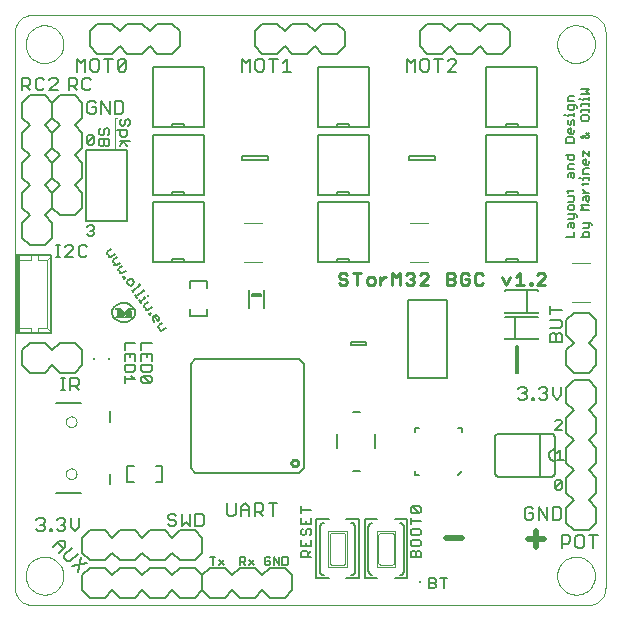
<source format=gto>
G75*
%MOIN*%
%OFA0B0*%
%FSLAX24Y24*%
%IPPOS*%
%LPD*%
%AMOC8*
5,1,8,0,0,1.08239X$1,22.5*
%
%ADD10C,0.0000*%
%ADD11C,0.0100*%
%ADD12C,0.0050*%
%ADD13C,0.0080*%
%ADD14C,0.0060*%
%ADD15C,0.0200*%
%ADD16C,0.0003*%
%ADD17C,0.0055*%
%ADD18C,0.0040*%
%ADD19R,0.0098X0.0098*%
%ADD20C,0.0030*%
%ADD21C,0.0020*%
%ADD22R,0.0148X0.2559*%
D10*
X000588Y000721D02*
X000588Y019224D01*
X000587Y019224D02*
X000589Y019270D01*
X000594Y019316D01*
X000603Y019362D01*
X000616Y019407D01*
X000632Y019450D01*
X000651Y019492D01*
X000674Y019533D01*
X000700Y019571D01*
X000729Y019608D01*
X000760Y019642D01*
X000794Y019673D01*
X000831Y019702D01*
X000869Y019728D01*
X000910Y019751D01*
X000952Y019770D01*
X000995Y019786D01*
X001040Y019799D01*
X001086Y019808D01*
X001132Y019813D01*
X001178Y019815D01*
X019682Y019815D01*
X019728Y019813D01*
X019774Y019808D01*
X019820Y019799D01*
X019865Y019786D01*
X019908Y019770D01*
X019950Y019751D01*
X019991Y019728D01*
X020029Y019702D01*
X020066Y019673D01*
X020100Y019642D01*
X020131Y019608D01*
X020160Y019571D01*
X020186Y019533D01*
X020209Y019492D01*
X020228Y019450D01*
X020244Y019407D01*
X020257Y019362D01*
X020266Y019316D01*
X020271Y019270D01*
X020273Y019224D01*
X020273Y000721D01*
X020271Y000675D01*
X020266Y000629D01*
X020257Y000583D01*
X020244Y000538D01*
X020228Y000495D01*
X020209Y000453D01*
X020186Y000412D01*
X020160Y000374D01*
X020131Y000337D01*
X020100Y000303D01*
X020066Y000272D01*
X020029Y000243D01*
X019991Y000217D01*
X019950Y000194D01*
X019908Y000175D01*
X019865Y000159D01*
X019820Y000146D01*
X019774Y000137D01*
X019728Y000132D01*
X019682Y000130D01*
X001178Y000130D01*
X001132Y000132D01*
X001086Y000137D01*
X001040Y000146D01*
X000995Y000159D01*
X000952Y000175D01*
X000910Y000194D01*
X000869Y000217D01*
X000831Y000243D01*
X000794Y000272D01*
X000760Y000303D01*
X000729Y000337D01*
X000700Y000374D01*
X000674Y000412D01*
X000651Y000453D01*
X000632Y000495D01*
X000616Y000538D01*
X000603Y000583D01*
X000594Y000629D01*
X000589Y000675D01*
X000587Y000721D01*
X000942Y001114D02*
X000944Y001164D01*
X000950Y001214D01*
X000960Y001263D01*
X000974Y001311D01*
X000991Y001358D01*
X001012Y001403D01*
X001037Y001447D01*
X001065Y001488D01*
X001097Y001527D01*
X001131Y001564D01*
X001168Y001598D01*
X001208Y001628D01*
X001250Y001655D01*
X001294Y001679D01*
X001340Y001700D01*
X001387Y001716D01*
X001435Y001729D01*
X001485Y001738D01*
X001534Y001743D01*
X001585Y001744D01*
X001635Y001741D01*
X001684Y001734D01*
X001733Y001723D01*
X001781Y001708D01*
X001827Y001690D01*
X001872Y001668D01*
X001915Y001642D01*
X001956Y001613D01*
X001995Y001581D01*
X002031Y001546D01*
X002063Y001508D01*
X002093Y001468D01*
X002120Y001425D01*
X002143Y001381D01*
X002162Y001335D01*
X002178Y001287D01*
X002190Y001238D01*
X002198Y001189D01*
X002202Y001139D01*
X002202Y001089D01*
X002198Y001039D01*
X002190Y000990D01*
X002178Y000941D01*
X002162Y000893D01*
X002143Y000847D01*
X002120Y000803D01*
X002093Y000760D01*
X002063Y000720D01*
X002031Y000682D01*
X001995Y000647D01*
X001956Y000615D01*
X001915Y000586D01*
X001872Y000560D01*
X001827Y000538D01*
X001781Y000520D01*
X001733Y000505D01*
X001684Y000494D01*
X001635Y000487D01*
X001585Y000484D01*
X001534Y000485D01*
X001485Y000490D01*
X001435Y000499D01*
X001387Y000512D01*
X001340Y000528D01*
X001294Y000549D01*
X001250Y000573D01*
X001208Y000600D01*
X001168Y000630D01*
X001131Y000664D01*
X001097Y000701D01*
X001065Y000740D01*
X001037Y000781D01*
X001012Y000825D01*
X000991Y000870D01*
X000974Y000917D01*
X000960Y000965D01*
X000950Y001014D01*
X000944Y001064D01*
X000942Y001114D01*
X002286Y004514D02*
X002288Y004540D01*
X002294Y004566D01*
X002304Y004591D01*
X002317Y004614D01*
X002333Y004634D01*
X002353Y004652D01*
X002375Y004667D01*
X002398Y004679D01*
X002424Y004687D01*
X002450Y004691D01*
X002476Y004691D01*
X002502Y004687D01*
X002528Y004679D01*
X002552Y004667D01*
X002573Y004652D01*
X002593Y004634D01*
X002609Y004614D01*
X002622Y004591D01*
X002632Y004566D01*
X002638Y004540D01*
X002640Y004514D01*
X002638Y004488D01*
X002632Y004462D01*
X002622Y004437D01*
X002609Y004414D01*
X002593Y004394D01*
X002573Y004376D01*
X002551Y004361D01*
X002528Y004349D01*
X002502Y004341D01*
X002476Y004337D01*
X002450Y004337D01*
X002424Y004341D01*
X002398Y004349D01*
X002374Y004361D01*
X002353Y004376D01*
X002333Y004394D01*
X002317Y004414D01*
X002304Y004437D01*
X002294Y004462D01*
X002288Y004488D01*
X002286Y004514D01*
X002286Y006246D02*
X002288Y006272D01*
X002294Y006298D01*
X002304Y006323D01*
X002317Y006346D01*
X002333Y006366D01*
X002353Y006384D01*
X002375Y006399D01*
X002398Y006411D01*
X002424Y006419D01*
X002450Y006423D01*
X002476Y006423D01*
X002502Y006419D01*
X002528Y006411D01*
X002552Y006399D01*
X002573Y006384D01*
X002593Y006366D01*
X002609Y006346D01*
X002622Y006323D01*
X002632Y006298D01*
X002638Y006272D01*
X002640Y006246D01*
X002638Y006220D01*
X002632Y006194D01*
X002622Y006169D01*
X002609Y006146D01*
X002593Y006126D01*
X002573Y006108D01*
X002551Y006093D01*
X002528Y006081D01*
X002502Y006073D01*
X002476Y006069D01*
X002450Y006069D01*
X002424Y006073D01*
X002398Y006081D01*
X002374Y006093D01*
X002353Y006108D01*
X002333Y006126D01*
X002317Y006146D01*
X002304Y006169D01*
X002294Y006194D01*
X002288Y006220D01*
X002286Y006246D01*
X000942Y018831D02*
X000944Y018881D01*
X000950Y018931D01*
X000960Y018980D01*
X000974Y019028D01*
X000991Y019075D01*
X001012Y019120D01*
X001037Y019164D01*
X001065Y019205D01*
X001097Y019244D01*
X001131Y019281D01*
X001168Y019315D01*
X001208Y019345D01*
X001250Y019372D01*
X001294Y019396D01*
X001340Y019417D01*
X001387Y019433D01*
X001435Y019446D01*
X001485Y019455D01*
X001534Y019460D01*
X001585Y019461D01*
X001635Y019458D01*
X001684Y019451D01*
X001733Y019440D01*
X001781Y019425D01*
X001827Y019407D01*
X001872Y019385D01*
X001915Y019359D01*
X001956Y019330D01*
X001995Y019298D01*
X002031Y019263D01*
X002063Y019225D01*
X002093Y019185D01*
X002120Y019142D01*
X002143Y019098D01*
X002162Y019052D01*
X002178Y019004D01*
X002190Y018955D01*
X002198Y018906D01*
X002202Y018856D01*
X002202Y018806D01*
X002198Y018756D01*
X002190Y018707D01*
X002178Y018658D01*
X002162Y018610D01*
X002143Y018564D01*
X002120Y018520D01*
X002093Y018477D01*
X002063Y018437D01*
X002031Y018399D01*
X001995Y018364D01*
X001956Y018332D01*
X001915Y018303D01*
X001872Y018277D01*
X001827Y018255D01*
X001781Y018237D01*
X001733Y018222D01*
X001684Y018211D01*
X001635Y018204D01*
X001585Y018201D01*
X001534Y018202D01*
X001485Y018207D01*
X001435Y018216D01*
X001387Y018229D01*
X001340Y018245D01*
X001294Y018266D01*
X001250Y018290D01*
X001208Y018317D01*
X001168Y018347D01*
X001131Y018381D01*
X001097Y018418D01*
X001065Y018457D01*
X001037Y018498D01*
X001012Y018542D01*
X000991Y018587D01*
X000974Y018634D01*
X000960Y018682D01*
X000950Y018731D01*
X000944Y018781D01*
X000942Y018831D01*
X018659Y018831D02*
X018661Y018881D01*
X018667Y018931D01*
X018677Y018980D01*
X018691Y019028D01*
X018708Y019075D01*
X018729Y019120D01*
X018754Y019164D01*
X018782Y019205D01*
X018814Y019244D01*
X018848Y019281D01*
X018885Y019315D01*
X018925Y019345D01*
X018967Y019372D01*
X019011Y019396D01*
X019057Y019417D01*
X019104Y019433D01*
X019152Y019446D01*
X019202Y019455D01*
X019251Y019460D01*
X019302Y019461D01*
X019352Y019458D01*
X019401Y019451D01*
X019450Y019440D01*
X019498Y019425D01*
X019544Y019407D01*
X019589Y019385D01*
X019632Y019359D01*
X019673Y019330D01*
X019712Y019298D01*
X019748Y019263D01*
X019780Y019225D01*
X019810Y019185D01*
X019837Y019142D01*
X019860Y019098D01*
X019879Y019052D01*
X019895Y019004D01*
X019907Y018955D01*
X019915Y018906D01*
X019919Y018856D01*
X019919Y018806D01*
X019915Y018756D01*
X019907Y018707D01*
X019895Y018658D01*
X019879Y018610D01*
X019860Y018564D01*
X019837Y018520D01*
X019810Y018477D01*
X019780Y018437D01*
X019748Y018399D01*
X019712Y018364D01*
X019673Y018332D01*
X019632Y018303D01*
X019589Y018277D01*
X019544Y018255D01*
X019498Y018237D01*
X019450Y018222D01*
X019401Y018211D01*
X019352Y018204D01*
X019302Y018201D01*
X019251Y018202D01*
X019202Y018207D01*
X019152Y018216D01*
X019104Y018229D01*
X019057Y018245D01*
X019011Y018266D01*
X018967Y018290D01*
X018925Y018317D01*
X018885Y018347D01*
X018848Y018381D01*
X018814Y018418D01*
X018782Y018457D01*
X018754Y018498D01*
X018729Y018542D01*
X018708Y018587D01*
X018691Y018634D01*
X018677Y018682D01*
X018667Y018731D01*
X018661Y018781D01*
X018659Y018831D01*
X018659Y001114D02*
X018661Y001164D01*
X018667Y001214D01*
X018677Y001263D01*
X018691Y001311D01*
X018708Y001358D01*
X018729Y001403D01*
X018754Y001447D01*
X018782Y001488D01*
X018814Y001527D01*
X018848Y001564D01*
X018885Y001598D01*
X018925Y001628D01*
X018967Y001655D01*
X019011Y001679D01*
X019057Y001700D01*
X019104Y001716D01*
X019152Y001729D01*
X019202Y001738D01*
X019251Y001743D01*
X019302Y001744D01*
X019352Y001741D01*
X019401Y001734D01*
X019450Y001723D01*
X019498Y001708D01*
X019544Y001690D01*
X019589Y001668D01*
X019632Y001642D01*
X019673Y001613D01*
X019712Y001581D01*
X019748Y001546D01*
X019780Y001508D01*
X019810Y001468D01*
X019837Y001425D01*
X019860Y001381D01*
X019879Y001335D01*
X019895Y001287D01*
X019907Y001238D01*
X019915Y001189D01*
X019919Y001139D01*
X019919Y001089D01*
X019915Y001039D01*
X019907Y000990D01*
X019895Y000941D01*
X019879Y000893D01*
X019860Y000847D01*
X019837Y000803D01*
X019810Y000760D01*
X019780Y000720D01*
X019748Y000682D01*
X019712Y000647D01*
X019673Y000615D01*
X019632Y000586D01*
X019589Y000560D01*
X019544Y000538D01*
X019498Y000520D01*
X019450Y000505D01*
X019401Y000494D01*
X019352Y000487D01*
X019302Y000484D01*
X019251Y000485D01*
X019202Y000490D01*
X019152Y000499D01*
X019104Y000512D01*
X019057Y000528D01*
X019011Y000549D01*
X018967Y000573D01*
X018925Y000600D01*
X018885Y000630D01*
X018848Y000664D01*
X018814Y000701D01*
X018782Y000740D01*
X018754Y000781D01*
X018729Y000825D01*
X018708Y000870D01*
X018691Y000917D01*
X018677Y000965D01*
X018667Y001014D01*
X018661Y001064D01*
X018659Y001114D01*
D11*
X009802Y004868D02*
X009804Y004888D01*
X009809Y004908D01*
X009819Y004926D01*
X009831Y004943D01*
X009846Y004957D01*
X009864Y004967D01*
X009883Y004975D01*
X009903Y004979D01*
X009923Y004979D01*
X009943Y004975D01*
X009962Y004967D01*
X009980Y004957D01*
X009995Y004943D01*
X010007Y004926D01*
X010017Y004908D01*
X010022Y004888D01*
X010024Y004868D01*
X010022Y004848D01*
X010017Y004828D01*
X010007Y004810D01*
X009995Y004793D01*
X009980Y004779D01*
X009962Y004769D01*
X009943Y004761D01*
X009923Y004757D01*
X009903Y004757D01*
X009883Y004761D01*
X009864Y004769D01*
X009846Y004779D01*
X009831Y004793D01*
X009819Y004810D01*
X009809Y004828D01*
X009804Y004848D01*
X009802Y004868D01*
X011455Y010805D02*
X011388Y010872D01*
X011455Y010805D02*
X011588Y010805D01*
X011655Y010872D01*
X011655Y010938D01*
X011588Y011005D01*
X011455Y011005D01*
X011388Y011072D01*
X011388Y011139D01*
X011455Y011205D01*
X011588Y011205D01*
X011655Y011139D01*
X011848Y011205D02*
X012115Y011205D01*
X011982Y011205D02*
X011982Y010805D01*
X012309Y010872D02*
X012375Y010805D01*
X012509Y010805D01*
X012576Y010872D01*
X012576Y011005D01*
X012509Y011072D01*
X012375Y011072D01*
X012309Y011005D01*
X012309Y010872D01*
X012769Y010938D02*
X012902Y011072D01*
X012969Y011072D01*
X012769Y011072D02*
X012769Y010805D01*
X013153Y010805D02*
X013153Y011205D01*
X013286Y011072D01*
X013420Y011205D01*
X013420Y010805D01*
X013613Y010872D02*
X013680Y010805D01*
X013813Y010805D01*
X013880Y010872D01*
X013880Y010938D01*
X013813Y011005D01*
X013747Y011005D01*
X013813Y011005D02*
X013880Y011072D01*
X013880Y011139D01*
X013813Y011205D01*
X013680Y011205D01*
X013613Y011139D01*
X014073Y011139D02*
X014140Y011205D01*
X014274Y011205D01*
X014340Y011139D01*
X014340Y011072D01*
X014073Y010805D01*
X014340Y010805D01*
X014994Y010805D02*
X015194Y010805D01*
X015261Y010872D01*
X015261Y010938D01*
X015194Y011005D01*
X014994Y011005D01*
X014994Y010805D02*
X014994Y011205D01*
X015194Y011205D01*
X015261Y011139D01*
X015261Y011072D01*
X015194Y011005D01*
X015455Y010872D02*
X015521Y010805D01*
X015655Y010805D01*
X015722Y010872D01*
X015722Y011005D01*
X015588Y011005D01*
X015455Y011139D02*
X015455Y010872D01*
X015455Y011139D02*
X015521Y011205D01*
X015655Y011205D01*
X015722Y011139D01*
X015915Y011139D02*
X015915Y010872D01*
X015982Y010805D01*
X016115Y010805D01*
X016182Y010872D01*
X016182Y011139D02*
X016115Y011205D01*
X015982Y011205D01*
X015915Y011139D01*
X016836Y011072D02*
X016969Y010805D01*
X017103Y011072D01*
X017296Y011072D02*
X017430Y011205D01*
X017430Y010805D01*
X017563Y010805D02*
X017296Y010805D01*
X017757Y010805D02*
X017823Y010805D01*
X017823Y010872D01*
X017757Y010872D01*
X017757Y010805D01*
X017987Y010805D02*
X018254Y011072D01*
X018254Y011139D01*
X018187Y011205D01*
X018054Y011205D01*
X017987Y011139D01*
X017987Y010805D02*
X018254Y010805D01*
D12*
X018949Y012405D02*
X019219Y012405D01*
X019219Y012585D01*
X019174Y012700D02*
X019129Y012745D01*
X019129Y012880D01*
X019084Y012880D02*
X019219Y012880D01*
X019219Y012745D01*
X019174Y012700D01*
X019039Y012745D02*
X019039Y012835D01*
X019084Y012880D01*
X019039Y012994D02*
X019174Y012994D01*
X019219Y013039D01*
X019219Y013174D01*
X019264Y013174D02*
X019039Y013174D01*
X019084Y013289D02*
X019174Y013289D01*
X019219Y013334D01*
X019219Y013424D01*
X019174Y013469D01*
X019084Y013469D01*
X019039Y013424D01*
X019039Y013334D01*
X019084Y013289D01*
X019264Y013174D02*
X019309Y013129D01*
X019309Y013084D01*
X019449Y013289D02*
X019539Y013379D01*
X019449Y013469D01*
X019719Y013469D01*
X019674Y013584D02*
X019629Y013629D01*
X019629Y013764D01*
X019584Y013764D02*
X019719Y013764D01*
X019719Y013629D01*
X019674Y013584D01*
X019539Y013629D02*
X019539Y013719D01*
X019584Y013764D01*
X019629Y013878D02*
X019539Y013968D01*
X019539Y014013D01*
X019539Y014124D02*
X019539Y014214D01*
X019494Y014169D02*
X019674Y014169D01*
X019719Y014214D01*
X019719Y014320D02*
X019719Y014410D01*
X019719Y014365D02*
X019539Y014365D01*
X019539Y014320D01*
X019449Y014365D02*
X019404Y014365D01*
X019219Y014414D02*
X019174Y014369D01*
X019129Y014414D01*
X019129Y014549D01*
X019084Y014549D02*
X019219Y014549D01*
X019219Y014414D01*
X019039Y014414D02*
X019039Y014504D01*
X019084Y014549D01*
X019039Y014664D02*
X019039Y014799D01*
X019084Y014844D01*
X019219Y014844D01*
X019174Y014959D02*
X019084Y014959D01*
X019039Y015004D01*
X019039Y015139D01*
X018949Y015139D02*
X019219Y015139D01*
X019219Y015004D01*
X019174Y014959D01*
X019219Y014664D02*
X019039Y014664D01*
X019539Y014652D02*
X019539Y014517D01*
X019719Y014517D01*
X019719Y014697D02*
X019584Y014697D01*
X019539Y014652D01*
X019584Y014811D02*
X019539Y014856D01*
X019539Y014946D01*
X019584Y014991D01*
X019629Y014991D01*
X019629Y014811D01*
X019674Y014811D02*
X019584Y014811D01*
X019674Y014811D02*
X019719Y014856D01*
X019719Y014946D01*
X019719Y015106D02*
X019719Y015286D01*
X019539Y015286D02*
X019719Y015106D01*
X019539Y015106D02*
X019539Y015286D01*
X019539Y015695D02*
X019719Y015875D01*
X019719Y015785D02*
X019719Y015740D01*
X019674Y015695D01*
X019629Y015695D01*
X019539Y015785D01*
X019494Y015785D01*
X019449Y015740D01*
X019494Y015695D01*
X019539Y015695D01*
X019629Y015875D02*
X019719Y015785D01*
X019674Y016285D02*
X019494Y016285D01*
X019449Y016330D01*
X019449Y016420D01*
X019494Y016465D01*
X019674Y016465D01*
X019719Y016420D01*
X019719Y016330D01*
X019674Y016285D01*
X019719Y016579D02*
X019719Y016669D01*
X019719Y016624D02*
X019449Y016624D01*
X019449Y016579D01*
X019449Y016776D02*
X019449Y016821D01*
X019719Y016821D01*
X019719Y016776D02*
X019719Y016866D01*
X019719Y016972D02*
X019719Y017062D01*
X019719Y017017D02*
X019539Y017017D01*
X019539Y016972D01*
X019449Y017017D02*
X019404Y017017D01*
X019449Y017169D02*
X019719Y017169D01*
X019629Y017259D01*
X019719Y017349D01*
X019449Y017349D01*
X019219Y017103D02*
X019084Y017103D01*
X019039Y017058D01*
X019039Y016923D01*
X019219Y016923D01*
X019219Y016808D02*
X019219Y016673D01*
X019174Y016628D01*
X019084Y016628D01*
X019039Y016673D01*
X019039Y016808D01*
X019264Y016808D01*
X019309Y016763D01*
X019309Y016718D01*
X019219Y016522D02*
X019219Y016432D01*
X019219Y016477D02*
X019039Y016477D01*
X019039Y016432D01*
X018949Y016477D02*
X018904Y016477D01*
X019039Y016317D02*
X019039Y016182D01*
X019084Y016137D01*
X019129Y016182D01*
X019129Y016272D01*
X019174Y016317D01*
X019219Y016272D01*
X019219Y016137D01*
X019129Y016023D02*
X019129Y015843D01*
X019084Y015843D02*
X019039Y015888D01*
X019039Y015978D01*
X019084Y016023D01*
X019129Y016023D01*
X019219Y015978D02*
X019219Y015888D01*
X019174Y015843D01*
X019084Y015843D01*
X019174Y015728D02*
X018994Y015728D01*
X018949Y015683D01*
X018949Y015548D01*
X019219Y015548D01*
X019219Y015683D01*
X019174Y015728D01*
X019219Y013968D02*
X019174Y013923D01*
X018994Y013923D01*
X019039Y013878D02*
X019039Y013968D01*
X019039Y013764D02*
X019219Y013764D01*
X019219Y013629D01*
X019174Y013584D01*
X019039Y013584D01*
X019449Y013289D02*
X019719Y013289D01*
X019719Y012880D02*
X019719Y012745D01*
X019674Y012700D01*
X019539Y012700D01*
X019584Y012585D02*
X019539Y012540D01*
X019539Y012405D01*
X019449Y012405D02*
X019719Y012405D01*
X019719Y012540D01*
X019674Y012585D01*
X019584Y012585D01*
X019539Y012880D02*
X019764Y012880D01*
X019809Y012835D01*
X019809Y012790D01*
X019719Y013878D02*
X019539Y013878D01*
X018088Y005830D02*
X018088Y004630D01*
X018088Y004430D01*
X009686Y001693D02*
X009686Y001513D01*
X009641Y001468D01*
X009506Y001468D01*
X009506Y001738D01*
X009641Y001738D01*
X009686Y001693D01*
X009391Y001738D02*
X009391Y001468D01*
X009211Y001738D01*
X009211Y001468D01*
X009097Y001513D02*
X009097Y001603D01*
X009006Y001603D01*
X008916Y001693D02*
X008916Y001513D01*
X008961Y001468D01*
X009051Y001468D01*
X009097Y001513D01*
X009097Y001693D02*
X009051Y001738D01*
X008961Y001738D01*
X008916Y001693D01*
X008561Y001648D02*
X008381Y001468D01*
X008266Y001468D02*
X008176Y001558D01*
X008221Y001558D02*
X008086Y001558D01*
X008086Y001468D02*
X008086Y001738D01*
X008221Y001738D01*
X008266Y001693D01*
X008266Y001603D01*
X008221Y001558D01*
X008381Y001648D02*
X008561Y001468D01*
X007561Y001468D02*
X007381Y001648D01*
X007266Y001738D02*
X007086Y001738D01*
X007176Y001738D02*
X007176Y001468D01*
X007381Y001468D02*
X007561Y001648D01*
X005452Y009261D02*
X005622Y009379D01*
X005452Y009261D02*
X005363Y009388D01*
X005376Y009460D01*
X005503Y009549D01*
X005389Y009621D02*
X005347Y009591D01*
X005228Y009761D01*
X005186Y009731D02*
X005271Y009791D01*
X005343Y009778D01*
X005402Y009693D01*
X005389Y009621D01*
X005233Y009574D02*
X005173Y009659D01*
X005186Y009731D01*
X005121Y009825D02*
X005078Y009795D01*
X005049Y009837D01*
X005091Y009867D01*
X005121Y009825D01*
X005019Y009969D02*
X004947Y009982D01*
X004960Y010054D01*
X004888Y010067D01*
X004901Y010139D01*
X005028Y010228D01*
X004931Y010366D02*
X004761Y010248D01*
X004732Y010290D02*
X004791Y010205D01*
X004931Y010366D02*
X004901Y010409D01*
X005016Y010426D02*
X005058Y010455D01*
X004889Y010607D02*
X004635Y010429D01*
X004605Y010471D02*
X004664Y010386D01*
X004538Y010567D02*
X004478Y010652D01*
X004508Y010610D02*
X004762Y010788D01*
X004732Y010830D01*
X004534Y010843D02*
X004547Y010915D01*
X004487Y011000D01*
X004415Y011012D01*
X004330Y010953D01*
X004318Y010881D01*
X004377Y010796D01*
X004449Y010784D01*
X004534Y010843D01*
X004859Y010649D02*
X004889Y010607D01*
X005147Y010058D02*
X005019Y009969D01*
X004265Y011047D02*
X004223Y011017D01*
X004193Y011059D01*
X004235Y011089D01*
X004265Y011047D01*
X004164Y011191D02*
X004291Y011280D01*
X004164Y011191D02*
X004092Y011204D01*
X004105Y011276D01*
X004033Y011288D01*
X004045Y011360D01*
X004172Y011449D01*
X004101Y011552D02*
X003974Y011463D01*
X003902Y011475D01*
X003914Y011547D01*
X003842Y011560D01*
X003855Y011632D01*
X003982Y011721D01*
X003911Y011823D02*
X003784Y011734D01*
X003712Y011747D01*
X003724Y011819D01*
X003652Y011832D01*
X003665Y011904D01*
X003792Y011992D01*
X004329Y012949D02*
X002951Y012949D01*
X002951Y015311D01*
X004329Y015311D01*
X004329Y012949D01*
X008400Y010649D02*
X008400Y010049D01*
X008500Y010449D02*
X008800Y010449D01*
X008800Y010499D01*
X008500Y010499D01*
X008500Y010449D01*
X008900Y010649D02*
X008900Y010049D01*
D13*
X010070Y008332D02*
X010228Y008175D01*
X010228Y004710D01*
X010070Y004553D01*
X006606Y004553D01*
X006448Y004710D01*
X006448Y008175D01*
X006606Y008332D01*
X010070Y008332D01*
X011845Y006583D02*
X012081Y006583D01*
X012593Y005835D02*
X012593Y005363D01*
X012081Y004614D02*
X011845Y004614D01*
X011333Y005363D02*
X011333Y005835D01*
X013688Y007715D02*
X013688Y010295D01*
X014988Y010295D01*
X014988Y007715D01*
X013688Y007715D01*
X013925Y006042D02*
X013925Y005905D01*
X013925Y006042D02*
X014063Y006042D01*
X015362Y006042D02*
X015500Y006042D01*
X015500Y005905D01*
X015500Y004605D02*
X015362Y004468D01*
X014063Y004468D02*
X013925Y004468D01*
X013925Y004605D01*
X017360Y007053D02*
X017430Y006983D01*
X017570Y006983D01*
X017640Y007053D01*
X017640Y007123D01*
X017570Y007193D01*
X017500Y007193D01*
X017570Y007193D02*
X017640Y007263D01*
X017640Y007333D01*
X017570Y007403D01*
X017430Y007403D01*
X017360Y007333D01*
X017821Y007053D02*
X017891Y007053D01*
X017891Y006983D01*
X017821Y006983D01*
X017821Y007053D01*
X018051Y007053D02*
X018121Y006983D01*
X018261Y006983D01*
X018331Y007053D01*
X018331Y007123D01*
X018261Y007193D01*
X018191Y007193D01*
X018261Y007193D02*
X018331Y007263D01*
X018331Y007333D01*
X018261Y007403D01*
X018121Y007403D01*
X018051Y007333D01*
X018511Y007403D02*
X018511Y007123D01*
X018651Y006983D01*
X018791Y007123D01*
X018791Y007403D01*
X018963Y007380D02*
X019213Y007630D01*
X019713Y007630D01*
X019963Y007380D01*
X019963Y006880D01*
X019713Y006630D01*
X019963Y006380D01*
X019963Y005880D01*
X019713Y005630D01*
X019963Y005380D01*
X019963Y004880D01*
X019713Y004630D01*
X019963Y004380D01*
X019963Y003880D01*
X019713Y003630D01*
X019963Y003380D01*
X019963Y002880D01*
X019713Y002630D01*
X019213Y002630D01*
X018963Y002880D01*
X018963Y003380D01*
X019213Y003630D01*
X018963Y003880D01*
X018963Y004380D01*
X019213Y004630D01*
X018963Y004880D01*
X018963Y005380D01*
X019213Y005630D01*
X018963Y005880D01*
X018963Y006380D01*
X019213Y006630D01*
X018963Y006880D01*
X018963Y007380D01*
X019213Y007880D02*
X019713Y007880D01*
X019963Y008130D01*
X019963Y008630D01*
X019713Y008880D01*
X019963Y009130D01*
X019963Y009630D01*
X019713Y009880D01*
X019213Y009880D01*
X018963Y009630D01*
X018963Y009130D01*
X019213Y008880D01*
X018963Y008630D01*
X018963Y008130D01*
X019213Y007880D01*
X018829Y008914D02*
X018409Y008914D01*
X018409Y009124D01*
X018479Y009194D01*
X018549Y009194D01*
X018619Y009124D01*
X018619Y008914D01*
X018619Y009124D02*
X018689Y009194D01*
X018759Y009194D01*
X018829Y009124D01*
X018829Y008914D01*
X018759Y009374D02*
X018409Y009374D01*
X018759Y009374D02*
X018829Y009444D01*
X018829Y009584D01*
X018759Y009654D01*
X018409Y009654D01*
X018409Y009835D02*
X018409Y010115D01*
X018409Y009975D02*
X018829Y009975D01*
X018721Y003403D02*
X018511Y003403D01*
X018511Y002983D01*
X018721Y002983D01*
X018791Y003053D01*
X018791Y003333D01*
X018721Y003403D01*
X018331Y003403D02*
X018331Y002983D01*
X018051Y003403D01*
X018051Y002983D01*
X017871Y003053D02*
X017871Y003193D01*
X017731Y003193D01*
X017871Y003333D02*
X017801Y003403D01*
X017660Y003403D01*
X017590Y003333D01*
X017590Y003053D01*
X017660Y002983D01*
X017801Y002983D01*
X017871Y003053D01*
X018809Y002465D02*
X019019Y002465D01*
X019089Y002395D01*
X019089Y002255D01*
X019019Y002185D01*
X018809Y002185D01*
X018809Y002045D02*
X018809Y002465D01*
X019270Y002395D02*
X019270Y002115D01*
X019340Y002045D01*
X019480Y002045D01*
X019550Y002115D01*
X019550Y002395D01*
X019480Y002465D01*
X019340Y002465D01*
X019270Y002395D01*
X019730Y002465D02*
X020010Y002465D01*
X019870Y002465D02*
X019870Y002045D01*
X009838Y001130D02*
X009838Y000630D01*
X009588Y000380D01*
X009088Y000380D01*
X008838Y000630D01*
X008588Y000380D01*
X008088Y000380D01*
X007838Y000630D01*
X007588Y000380D01*
X007088Y000380D01*
X006838Y000630D01*
X006588Y000380D01*
X006088Y000380D01*
X005838Y000630D01*
X005588Y000380D01*
X005088Y000380D01*
X004838Y000630D01*
X004588Y000380D01*
X004088Y000380D01*
X003838Y000630D01*
X003588Y000380D01*
X003088Y000380D01*
X002838Y000630D01*
X002838Y001130D01*
X003088Y001380D01*
X003588Y001380D01*
X003838Y001130D01*
X004088Y001380D01*
X004588Y001380D01*
X004838Y001130D01*
X005088Y001380D01*
X005588Y001380D01*
X005838Y001130D01*
X006088Y001380D01*
X006588Y001380D01*
X006838Y001130D01*
X006838Y000630D01*
X006838Y001130D01*
X007088Y001380D01*
X007588Y001380D01*
X007838Y001130D01*
X008088Y001380D01*
X008588Y001380D01*
X008838Y001130D01*
X009088Y001380D01*
X009588Y001380D01*
X009838Y001130D01*
X009183Y003108D02*
X009183Y003528D01*
X009323Y003528D02*
X009042Y003528D01*
X008862Y003458D02*
X008862Y003318D01*
X008792Y003248D01*
X008582Y003248D01*
X008722Y003248D02*
X008862Y003108D01*
X008582Y003108D02*
X008582Y003528D01*
X008792Y003528D01*
X008862Y003458D01*
X008402Y003388D02*
X008402Y003108D01*
X008402Y003318D02*
X008122Y003318D01*
X008122Y003388D02*
X008262Y003528D01*
X008402Y003388D01*
X008122Y003388D02*
X008122Y003108D01*
X007941Y003178D02*
X007941Y003528D01*
X007661Y003528D02*
X007661Y003178D01*
X007731Y003108D01*
X007871Y003108D01*
X007941Y003178D01*
X006885Y003114D02*
X006885Y002834D01*
X006815Y002764D01*
X006605Y002764D01*
X006605Y003184D01*
X006815Y003184D01*
X006885Y003114D01*
X006425Y003184D02*
X006425Y002764D01*
X006285Y002904D01*
X006145Y002764D01*
X006145Y003184D01*
X005964Y003114D02*
X005894Y003184D01*
X005754Y003184D01*
X005684Y003114D01*
X005684Y003044D01*
X005754Y002974D01*
X005894Y002974D01*
X005964Y002904D01*
X005964Y002834D01*
X005894Y002764D01*
X005754Y002764D01*
X005684Y002834D01*
X005588Y002630D02*
X005838Y002380D01*
X006088Y002630D01*
X006588Y002630D01*
X006838Y002380D01*
X006838Y001880D01*
X006588Y001630D01*
X006088Y001630D01*
X005838Y001880D01*
X005588Y001630D01*
X005088Y001630D01*
X004838Y001880D01*
X004588Y001630D01*
X004088Y001630D01*
X003838Y001880D01*
X003588Y001630D01*
X003088Y001630D01*
X002838Y001880D01*
X002838Y002380D01*
X003088Y002630D01*
X003588Y002630D01*
X003838Y002380D01*
X004088Y002630D01*
X004588Y002630D01*
X004838Y002380D01*
X005088Y002630D01*
X005588Y002630D01*
X003762Y004160D02*
X003762Y004514D01*
X002778Y003884D02*
X001951Y003884D01*
X002058Y003028D02*
X002198Y003028D01*
X002269Y002958D01*
X002269Y002888D01*
X002198Y002818D01*
X002269Y002748D01*
X002269Y002678D01*
X002198Y002608D01*
X002058Y002608D01*
X001988Y002678D01*
X001828Y002678D02*
X001828Y002608D01*
X001758Y002608D01*
X001758Y002678D01*
X001828Y002678D01*
X001578Y002678D02*
X001508Y002608D01*
X001368Y002608D01*
X001298Y002678D01*
X001438Y002818D02*
X001508Y002818D01*
X001578Y002748D01*
X001578Y002678D01*
X001508Y002818D02*
X001578Y002888D01*
X001578Y002958D01*
X001508Y003028D01*
X001368Y003028D01*
X001298Y002958D01*
X001988Y002958D02*
X002058Y003028D01*
X002128Y002818D02*
X002198Y002818D01*
X002449Y002748D02*
X002589Y002608D01*
X002729Y002748D01*
X002729Y003028D01*
X002449Y003028D02*
X002449Y002748D01*
X002252Y002274D02*
X002053Y002274D01*
X001855Y002075D01*
X002004Y002224D02*
X002202Y002026D01*
X002252Y002075D02*
X002053Y001877D01*
X002230Y001799D02*
X002230Y001700D01*
X002329Y001601D01*
X002429Y001601D01*
X002676Y001849D01*
X002804Y001722D02*
X002705Y001226D01*
X002506Y001424D02*
X003002Y001523D01*
X002478Y002047D02*
X002230Y001799D01*
X002252Y002075D02*
X002252Y002274D01*
X003762Y006246D02*
X003762Y006600D01*
X002778Y006876D02*
X001951Y006876D01*
X002128Y007295D02*
X002268Y007295D01*
X002198Y007295D02*
X002198Y007715D01*
X002128Y007715D02*
X002268Y007715D01*
X002435Y007715D02*
X002645Y007715D01*
X002715Y007645D01*
X002715Y007505D01*
X002645Y007435D01*
X002435Y007435D01*
X002575Y007435D02*
X002715Y007295D01*
X002435Y007295D02*
X002435Y007715D01*
X002588Y007880D02*
X002088Y007880D01*
X001838Y008130D01*
X001588Y007880D01*
X001088Y007880D01*
X000838Y008130D01*
X000838Y008630D01*
X001088Y008880D01*
X001588Y008880D01*
X001838Y008630D01*
X002088Y008880D01*
X002588Y008880D01*
X002838Y008630D01*
X002838Y008130D01*
X002588Y007880D01*
X001803Y009216D02*
X001803Y011794D01*
X000622Y011794D01*
X000622Y009216D01*
X001803Y009216D01*
X001940Y011733D02*
X002080Y011733D01*
X002010Y011733D02*
X002010Y012153D01*
X001940Y012153D02*
X002080Y012153D01*
X002247Y012083D02*
X002317Y012153D01*
X002457Y012153D01*
X002528Y012083D01*
X002528Y012013D01*
X002247Y011733D01*
X002528Y011733D01*
X002708Y011803D02*
X002778Y011733D01*
X002918Y011733D01*
X002988Y011803D01*
X002988Y012083D02*
X002918Y012153D01*
X002778Y012153D01*
X002708Y012083D01*
X002708Y011803D01*
X001838Y012380D02*
X001838Y012880D01*
X001588Y013130D01*
X001838Y013380D01*
X001838Y013880D01*
X001588Y014130D01*
X001838Y014380D01*
X001838Y014880D01*
X001588Y015130D01*
X001838Y015380D01*
X001838Y015880D01*
X001588Y016130D01*
X001838Y016380D01*
X001838Y016880D01*
X001588Y017130D01*
X001088Y017130D01*
X000838Y016880D01*
X000838Y016380D01*
X001088Y016130D01*
X000838Y015880D01*
X000838Y015380D01*
X001088Y015130D01*
X000838Y014880D01*
X000838Y014380D01*
X001088Y014130D01*
X000838Y013880D01*
X000838Y013380D01*
X001088Y013130D01*
X000838Y012880D01*
X000838Y012380D01*
X001088Y012130D01*
X001588Y012130D01*
X001838Y012380D01*
X002088Y013130D02*
X002588Y013130D01*
X002838Y013380D01*
X002838Y013880D01*
X002588Y014130D01*
X002838Y014380D01*
X002838Y014880D01*
X002588Y015130D01*
X002838Y015380D01*
X002838Y015880D01*
X002588Y016130D01*
X002838Y016380D01*
X002838Y016880D01*
X002588Y017130D01*
X002088Y017130D01*
X001838Y016880D01*
X001838Y016380D01*
X002088Y016130D01*
X001838Y015880D01*
X001838Y015380D01*
X002088Y015130D01*
X001838Y014880D01*
X001838Y014380D01*
X002088Y014130D01*
X001838Y013880D01*
X001838Y013380D01*
X002088Y013130D01*
X003073Y016514D02*
X003213Y016514D01*
X003283Y016584D01*
X003283Y016724D01*
X003143Y016724D01*
X003283Y016864D02*
X003213Y016934D01*
X003073Y016934D01*
X003003Y016864D01*
X003003Y016584D01*
X003073Y016514D01*
X003463Y016514D02*
X003463Y016934D01*
X003743Y016514D01*
X003743Y016934D01*
X003924Y016934D02*
X004134Y016934D01*
X004204Y016864D01*
X004204Y016584D01*
X004134Y016514D01*
X003924Y016514D01*
X003924Y016934D01*
X003118Y017365D02*
X003048Y017295D01*
X002908Y017295D01*
X002838Y017365D01*
X002838Y017645D01*
X002908Y017715D01*
X003048Y017715D01*
X003118Y017645D01*
X003175Y017920D02*
X003315Y017920D01*
X003385Y017990D01*
X003385Y018270D01*
X003315Y018340D01*
X003175Y018340D01*
X003105Y018270D01*
X003105Y017990D01*
X003175Y017920D01*
X002925Y017920D02*
X002925Y018340D01*
X002785Y018200D01*
X002645Y018340D01*
X002645Y017920D01*
X002588Y017715D02*
X002378Y017715D01*
X002378Y017295D01*
X002378Y017435D02*
X002588Y017435D01*
X002658Y017505D01*
X002658Y017645D01*
X002588Y017715D01*
X002518Y017435D02*
X002658Y017295D01*
X002016Y017295D02*
X001736Y017295D01*
X002016Y017575D01*
X002016Y017645D01*
X001946Y017715D01*
X001806Y017715D01*
X001736Y017645D01*
X001556Y017645D02*
X001486Y017715D01*
X001346Y017715D01*
X001276Y017645D01*
X001276Y017365D01*
X001346Y017295D01*
X001486Y017295D01*
X001556Y017365D01*
X001096Y017295D02*
X000955Y017435D01*
X001026Y017435D02*
X000815Y017435D01*
X000815Y017295D02*
X000815Y017715D01*
X001026Y017715D01*
X001096Y017645D01*
X001096Y017505D01*
X001026Y017435D01*
X003088Y018755D02*
X003338Y018505D01*
X003838Y018505D01*
X004088Y018755D01*
X004338Y018505D01*
X004838Y018505D01*
X005088Y018755D01*
X005338Y018505D01*
X005838Y018505D01*
X006088Y018755D01*
X006088Y019255D01*
X005838Y019505D01*
X005338Y019505D01*
X005088Y019255D01*
X004838Y019505D01*
X004338Y019505D01*
X004088Y019255D01*
X003838Y019505D01*
X003338Y019505D01*
X003088Y019255D01*
X003088Y018755D01*
X003565Y018340D02*
X003846Y018340D01*
X003705Y018340D02*
X003705Y017920D01*
X004026Y017990D02*
X004306Y018270D01*
X004306Y017990D01*
X004236Y017920D01*
X004096Y017920D01*
X004026Y017990D01*
X004026Y018270D01*
X004096Y018340D01*
X004236Y018340D01*
X004306Y018270D01*
X008145Y018340D02*
X008145Y017920D01*
X008425Y017920D02*
X008425Y018340D01*
X008285Y018200D01*
X008145Y018340D01*
X008605Y018270D02*
X008605Y017990D01*
X008675Y017920D01*
X008815Y017920D01*
X008885Y017990D01*
X008885Y018270D01*
X008815Y018340D01*
X008675Y018340D01*
X008605Y018270D01*
X008838Y018505D02*
X009338Y018505D01*
X009588Y018755D01*
X009838Y018505D01*
X010338Y018505D01*
X010588Y018755D01*
X010838Y018505D01*
X011338Y018505D01*
X011588Y018755D01*
X011588Y019255D01*
X011338Y019505D01*
X010838Y019505D01*
X010588Y019255D01*
X010338Y019505D01*
X009838Y019505D01*
X009588Y019255D01*
X009338Y019505D01*
X008838Y019505D01*
X008588Y019255D01*
X008588Y018755D01*
X008838Y018505D01*
X009065Y018340D02*
X009346Y018340D01*
X009205Y018340D02*
X009205Y017920D01*
X009526Y017920D02*
X009806Y017920D01*
X009666Y017920D02*
X009666Y018340D01*
X009526Y018200D01*
X013645Y018340D02*
X013645Y017920D01*
X013925Y017920D02*
X013925Y018340D01*
X013785Y018200D01*
X013645Y018340D01*
X014105Y018270D02*
X014105Y017990D01*
X014175Y017920D01*
X014315Y017920D01*
X014385Y017990D01*
X014385Y018270D01*
X014315Y018340D01*
X014175Y018340D01*
X014105Y018270D01*
X014338Y018505D02*
X014838Y018505D01*
X015088Y018755D01*
X015338Y018505D01*
X015838Y018505D01*
X016088Y018755D01*
X016338Y018505D01*
X016838Y018505D01*
X017088Y018755D01*
X017088Y019255D01*
X016838Y019505D01*
X016338Y019505D01*
X016088Y019255D01*
X015838Y019505D01*
X015338Y019505D01*
X015088Y019255D01*
X014838Y019505D01*
X014338Y019505D01*
X014088Y019255D01*
X014088Y018755D01*
X014338Y018505D01*
X014565Y018340D02*
X014846Y018340D01*
X014705Y018340D02*
X014705Y017920D01*
X015026Y017920D02*
X015306Y018200D01*
X015306Y018270D01*
X015236Y018340D01*
X015096Y018340D01*
X015026Y018270D01*
X015026Y017920D02*
X015306Y017920D01*
D14*
X016300Y018068D02*
X018000Y018068D01*
X018000Y016568D01*
X018000Y016068D01*
X017350Y016068D01*
X017350Y016168D01*
X016950Y016168D01*
X016950Y016068D01*
X016300Y016068D01*
X016300Y016568D01*
X016300Y018068D01*
X016950Y016068D02*
X017350Y016068D01*
X018000Y015818D02*
X018000Y014318D01*
X018000Y013818D01*
X017350Y013818D01*
X017350Y013918D01*
X016950Y013918D01*
X016950Y013818D01*
X016300Y013818D01*
X016300Y014318D01*
X016300Y015818D01*
X018000Y015818D01*
X017350Y013818D02*
X016950Y013818D01*
X016300Y013568D02*
X018000Y013568D01*
X018000Y012068D01*
X018000Y011568D01*
X017350Y011568D01*
X017350Y011668D01*
X016950Y011668D01*
X016950Y011568D01*
X016300Y011568D01*
X016300Y012068D01*
X016300Y013568D01*
X014588Y014974D02*
X013713Y014974D01*
X013713Y015099D01*
X014588Y015099D01*
X014588Y014974D01*
X012375Y014318D02*
X012375Y013818D01*
X011725Y013818D01*
X011725Y013918D01*
X011325Y013918D01*
X011325Y013818D01*
X010675Y013818D01*
X010675Y014318D01*
X010675Y015818D01*
X012375Y015818D01*
X012375Y014318D01*
X012375Y013568D02*
X012375Y012068D01*
X012375Y011568D01*
X011725Y011568D01*
X011725Y011668D01*
X011325Y011668D01*
X011325Y011568D01*
X010675Y011568D01*
X010675Y012068D01*
X010675Y013568D01*
X012375Y013568D01*
X011725Y013818D02*
X011325Y013818D01*
X011325Y016068D02*
X010675Y016068D01*
X010675Y016568D01*
X010675Y018068D01*
X012375Y018068D01*
X012375Y016568D01*
X012375Y016068D01*
X011725Y016068D01*
X011725Y016168D01*
X011325Y016168D01*
X011325Y016068D01*
X011725Y016068D01*
X009025Y015099D02*
X009025Y014974D01*
X008150Y014974D01*
X008150Y015099D01*
X009025Y015099D01*
X006875Y015818D02*
X006875Y014318D01*
X006875Y013818D01*
X006225Y013818D01*
X006225Y013918D01*
X005825Y013918D01*
X005825Y013818D01*
X005175Y013818D01*
X005175Y014318D01*
X005175Y015818D01*
X006875Y015818D01*
X006875Y016068D02*
X006225Y016068D01*
X006225Y016168D01*
X005825Y016168D01*
X005825Y016068D01*
X005175Y016068D01*
X005175Y016568D01*
X005175Y018068D01*
X006875Y018068D01*
X006875Y016568D01*
X006875Y016068D01*
X006225Y016068D02*
X005825Y016068D01*
X004427Y016161D02*
X004370Y016104D01*
X004427Y016161D02*
X004427Y016274D01*
X004370Y016331D01*
X004313Y016331D01*
X004257Y016274D01*
X004257Y016161D01*
X004200Y016104D01*
X004143Y016104D01*
X004087Y016161D01*
X004087Y016274D01*
X004143Y016331D01*
X004087Y015963D02*
X004087Y015793D01*
X004143Y015736D01*
X004257Y015736D01*
X004313Y015793D01*
X004313Y015963D01*
X003973Y015963D01*
X003739Y015967D02*
X003739Y015854D01*
X003683Y015797D01*
X003569Y015854D02*
X003569Y015967D01*
X003626Y016024D01*
X003683Y016024D01*
X003739Y015967D01*
X003569Y015854D02*
X003513Y015797D01*
X003456Y015797D01*
X003399Y015854D01*
X003399Y015967D01*
X003456Y016024D01*
X003220Y015762D02*
X002993Y015535D01*
X003050Y015479D01*
X003163Y015479D01*
X003220Y015535D01*
X003220Y015762D01*
X003163Y015819D01*
X003050Y015819D01*
X002993Y015762D01*
X002993Y015535D01*
X003399Y015486D02*
X003399Y015656D01*
X003739Y015656D01*
X003739Y015486D01*
X003683Y015429D01*
X003626Y015429D01*
X003569Y015486D01*
X003569Y015656D01*
X003569Y015486D02*
X003513Y015429D01*
X003456Y015429D01*
X003399Y015486D01*
X004087Y015424D02*
X004200Y015594D01*
X004313Y015424D01*
X004427Y015594D02*
X004087Y015594D01*
X005825Y013818D02*
X006225Y013818D01*
X006875Y013568D02*
X006875Y012068D01*
X006875Y011568D01*
X006225Y011568D01*
X006225Y011668D01*
X005825Y011668D01*
X005825Y011568D01*
X005175Y011568D01*
X005175Y012068D01*
X005175Y013568D01*
X006875Y013568D01*
X006225Y011568D02*
X005825Y011568D01*
X006432Y010943D02*
X006994Y010943D01*
X006994Y010693D01*
X006432Y010693D02*
X006432Y010943D01*
X006432Y010005D02*
X006432Y009755D01*
X006994Y009755D01*
X006994Y010005D01*
X005146Y008881D02*
X004805Y008881D01*
X004805Y008654D01*
X004805Y008513D02*
X004805Y008286D01*
X004805Y008145D02*
X004805Y007974D01*
X004862Y007918D01*
X005089Y007918D01*
X005146Y007974D01*
X005146Y008145D01*
X004805Y008145D01*
X004583Y008145D02*
X004583Y007974D01*
X004526Y007918D01*
X004300Y007918D01*
X004243Y007974D01*
X004243Y008145D01*
X004583Y008145D01*
X004583Y008286D02*
X004583Y008513D01*
X004243Y008513D01*
X004243Y008286D01*
X004413Y008400D02*
X004413Y008513D01*
X004243Y008654D02*
X004243Y008881D01*
X004583Y008881D01*
X004805Y008513D02*
X005146Y008513D01*
X005146Y008286D01*
X004975Y008400D02*
X004975Y008513D01*
X004862Y007776D02*
X005089Y007549D01*
X004862Y007549D01*
X004805Y007606D01*
X004805Y007720D01*
X004862Y007776D01*
X005089Y007776D01*
X005146Y007720D01*
X005146Y007606D01*
X005089Y007549D01*
X004583Y007663D02*
X004243Y007663D01*
X004243Y007776D02*
X004243Y007549D01*
X004470Y007776D02*
X004583Y007663D01*
X004557Y004786D02*
X004307Y004786D01*
X004307Y004224D01*
X004557Y004224D01*
X005275Y004224D02*
X005494Y004224D01*
X005494Y004786D01*
X005275Y004786D01*
X010124Y003423D02*
X010124Y003196D01*
X010124Y003309D02*
X010464Y003309D01*
X010464Y003054D02*
X010464Y002827D01*
X010124Y002827D01*
X010124Y003054D01*
X010294Y002941D02*
X010294Y002827D01*
X010351Y002686D02*
X010407Y002686D01*
X010464Y002629D01*
X010464Y002516D01*
X010407Y002459D01*
X010294Y002516D02*
X010294Y002629D01*
X010351Y002686D01*
X010181Y002686D02*
X010124Y002629D01*
X010124Y002516D01*
X010181Y002459D01*
X010237Y002459D01*
X010294Y002516D01*
X010464Y002318D02*
X010464Y002091D01*
X010124Y002091D01*
X010124Y002318D01*
X010294Y002204D02*
X010294Y002091D01*
X010294Y001949D02*
X010181Y001949D01*
X010124Y001893D01*
X010124Y001723D01*
X010464Y001723D01*
X010351Y001723D02*
X010351Y001893D01*
X010294Y001949D01*
X010351Y001836D02*
X010464Y001949D01*
X010747Y001273D02*
X010747Y002737D01*
X010749Y002758D01*
X010754Y002778D01*
X010762Y002798D01*
X010773Y002816D01*
X010786Y002832D01*
X010802Y002845D01*
X010820Y002856D01*
X010840Y002864D01*
X010860Y002869D01*
X010881Y002871D01*
X011041Y002989D02*
X010629Y002989D01*
X010629Y001021D01*
X011041Y001021D01*
X010881Y001139D02*
X010860Y001141D01*
X010840Y001146D01*
X010820Y001154D01*
X010802Y001165D01*
X010786Y001178D01*
X010773Y001194D01*
X010762Y001212D01*
X010754Y001232D01*
X010749Y001252D01*
X010747Y001273D01*
X011635Y001021D02*
X012046Y001021D01*
X012046Y002989D01*
X011635Y002989D01*
X011795Y002871D02*
X011816Y002869D01*
X011836Y002864D01*
X011856Y002856D01*
X011874Y002845D01*
X011890Y002832D01*
X011903Y002816D01*
X011914Y002798D01*
X011922Y002778D01*
X011927Y002758D01*
X011929Y002737D01*
X011928Y002737D02*
X011928Y001273D01*
X011929Y001273D02*
X011927Y001252D01*
X011922Y001232D01*
X011914Y001212D01*
X011903Y001194D01*
X011890Y001178D01*
X011874Y001165D01*
X011856Y001154D01*
X011836Y001146D01*
X011816Y001141D01*
X011795Y001139D01*
X012254Y001021D02*
X012254Y002989D01*
X012666Y002989D01*
X012506Y002871D02*
X012485Y002869D01*
X012465Y002864D01*
X012445Y002856D01*
X012427Y002845D01*
X012411Y002832D01*
X012398Y002816D01*
X012387Y002798D01*
X012379Y002778D01*
X012374Y002758D01*
X012372Y002737D01*
X012372Y001273D01*
X012374Y001252D01*
X012379Y001232D01*
X012387Y001212D01*
X012398Y001194D01*
X012411Y001178D01*
X012427Y001165D01*
X012445Y001154D01*
X012465Y001146D01*
X012485Y001141D01*
X012506Y001139D01*
X012666Y001021D02*
X012254Y001021D01*
X013260Y001021D02*
X013671Y001021D01*
X013671Y002989D01*
X013260Y002989D01*
X013420Y002871D02*
X013441Y002869D01*
X013461Y002864D01*
X013481Y002856D01*
X013499Y002845D01*
X013515Y002832D01*
X013528Y002816D01*
X013539Y002798D01*
X013547Y002778D01*
X013552Y002758D01*
X013554Y002737D01*
X013553Y002737D02*
X013553Y001273D01*
X013554Y001273D02*
X013552Y001252D01*
X013547Y001232D01*
X013539Y001212D01*
X013528Y001194D01*
X013515Y001178D01*
X013499Y001165D01*
X013481Y001154D01*
X013461Y001146D01*
X013441Y001141D01*
X013420Y001139D01*
X013780Y001723D02*
X013780Y001893D01*
X013837Y001949D01*
X013893Y001949D01*
X013950Y001893D01*
X013950Y001723D01*
X013950Y001893D02*
X014007Y001949D01*
X014064Y001949D01*
X014120Y001893D01*
X014120Y001723D01*
X013780Y001723D01*
X013837Y002091D02*
X014064Y002091D01*
X014120Y002148D01*
X014120Y002261D01*
X014064Y002318D01*
X013837Y002318D01*
X013780Y002261D01*
X013780Y002148D01*
X013837Y002091D01*
X013837Y002459D02*
X014064Y002459D01*
X014120Y002516D01*
X014120Y002629D01*
X014064Y002686D01*
X013837Y002686D01*
X013780Y002629D01*
X013780Y002516D01*
X013837Y002459D01*
X013780Y002827D02*
X013780Y003054D01*
X013780Y002941D02*
X014120Y002941D01*
X014064Y003196D02*
X013837Y003196D01*
X013780Y003252D01*
X013780Y003366D01*
X013837Y003423D01*
X014064Y003196D01*
X014120Y003252D01*
X014120Y003366D01*
X014064Y003423D01*
X013837Y003423D01*
X014399Y001032D02*
X014569Y001032D01*
X014626Y000975D01*
X014626Y000918D01*
X014569Y000861D01*
X014399Y000861D01*
X014399Y000691D02*
X014569Y000691D01*
X014626Y000748D01*
X014626Y000805D01*
X014569Y000861D01*
X014399Y000691D02*
X014399Y001032D01*
X014767Y001032D02*
X014994Y001032D01*
X014881Y001032D02*
X014881Y000691D01*
X018593Y004029D02*
X018593Y004256D01*
X018650Y004313D01*
X018763Y004313D01*
X018820Y004256D01*
X018593Y004029D01*
X018650Y003973D01*
X018763Y003973D01*
X018820Y004029D01*
X018820Y004256D01*
X018588Y004560D02*
X018588Y004930D01*
X018588Y005330D01*
X018588Y005700D01*
X018586Y005723D01*
X018581Y005746D01*
X018572Y005768D01*
X018559Y005788D01*
X018544Y005806D01*
X018526Y005821D01*
X018506Y005834D01*
X018484Y005843D01*
X018461Y005848D01*
X018438Y005850D01*
X016738Y005850D01*
X016715Y005848D01*
X016692Y005843D01*
X016670Y005834D01*
X016650Y005821D01*
X016632Y005806D01*
X016617Y005788D01*
X016604Y005768D01*
X016595Y005746D01*
X016590Y005723D01*
X016588Y005700D01*
X016588Y004560D01*
X016590Y004537D01*
X016595Y004514D01*
X016604Y004492D01*
X016617Y004472D01*
X016632Y004454D01*
X016650Y004439D01*
X016670Y004426D01*
X016692Y004417D01*
X016715Y004412D01*
X016738Y004410D01*
X018438Y004410D01*
X018461Y004412D01*
X018484Y004417D01*
X018506Y004426D01*
X018526Y004439D01*
X018544Y004454D01*
X018559Y004472D01*
X018572Y004492D01*
X018581Y004514D01*
X018586Y004537D01*
X018588Y004560D01*
X018656Y004973D02*
X018883Y004973D01*
X018769Y004973D02*
X018769Y005313D01*
X018656Y005199D01*
X018588Y005330D02*
X018561Y005328D01*
X018534Y005323D01*
X018508Y005313D01*
X018484Y005301D01*
X018462Y005285D01*
X018442Y005267D01*
X018425Y005245D01*
X018410Y005222D01*
X018400Y005197D01*
X018392Y005171D01*
X018388Y005144D01*
X018388Y005116D01*
X018392Y005089D01*
X018400Y005063D01*
X018410Y005038D01*
X018425Y005015D01*
X018442Y004993D01*
X018462Y004975D01*
X018484Y004959D01*
X018508Y004947D01*
X018534Y004937D01*
X018561Y004932D01*
X018588Y004930D01*
X018593Y005973D02*
X018820Y006199D01*
X018820Y006256D01*
X018763Y006313D01*
X018650Y006313D01*
X018593Y006256D01*
X018593Y005973D02*
X018820Y005973D01*
X017369Y007880D02*
X017369Y008755D01*
X017275Y008755D01*
X017275Y007880D01*
X017369Y007880D01*
X017266Y009006D02*
X016912Y009006D01*
X016912Y009026D01*
X017266Y009006D02*
X017266Y009754D01*
X018014Y009754D01*
X018014Y009734D01*
X018014Y009881D02*
X017660Y009881D01*
X017660Y010629D01*
X018014Y010629D01*
X018014Y010609D01*
X017660Y010629D02*
X016912Y010629D01*
X016912Y010609D01*
X016912Y009901D02*
X016912Y009881D01*
X017660Y009881D01*
X018014Y009901D02*
X018014Y009881D01*
X017266Y009754D02*
X016912Y009754D01*
X016912Y009734D01*
X017266Y009006D02*
X018014Y009006D01*
X018014Y009026D01*
X017350Y011568D02*
X016950Y011568D01*
X012275Y008911D02*
X011775Y008911D01*
X011775Y008818D01*
X012275Y008818D01*
X012275Y008911D01*
X011725Y011568D02*
X011325Y011568D01*
X003220Y012504D02*
X003163Y012448D01*
X003050Y012448D01*
X002993Y012504D01*
X003106Y012618D02*
X003163Y012618D01*
X003220Y012561D01*
X003220Y012504D01*
X003163Y012618D02*
X003220Y012674D01*
X003220Y012731D01*
X003163Y012788D01*
X003050Y012788D01*
X002993Y012731D01*
D15*
X014955Y002380D02*
X015488Y002380D01*
X017705Y002349D02*
X018238Y002349D01*
X017971Y002616D02*
X017971Y002082D01*
D16*
X004513Y009736D02*
X004502Y009732D01*
X004485Y009732D01*
X004454Y009733D01*
X004423Y009736D01*
X004311Y009737D01*
X004238Y009732D01*
X004216Y009732D01*
X004205Y009733D01*
X004202Y009745D01*
X004211Y009752D01*
X004240Y009754D01*
X004263Y009757D01*
X004275Y009765D01*
X004279Y009908D01*
X004270Y009847D01*
X004268Y009861D01*
X004262Y009862D01*
X004256Y009859D01*
X004214Y009805D01*
X004188Y009769D01*
X004162Y009738D01*
X004156Y009732D01*
X004152Y009733D01*
X004144Y009740D01*
X004093Y009790D01*
X004057Y009831D01*
X004234Y009831D01*
X004235Y009832D02*
X004056Y009832D01*
X004057Y009831D02*
X004035Y009855D01*
X004253Y009855D01*
X004254Y009856D02*
X003987Y009856D01*
X003987Y009855D02*
X004021Y009855D01*
X004025Y009856D02*
X004016Y009853D01*
X004017Y009837D01*
X004021Y009813D01*
X003984Y009813D01*
X003984Y009814D02*
X004021Y009814D01*
X004021Y009813D02*
X004036Y009789D01*
X003979Y009789D01*
X003979Y009790D02*
X004035Y009790D01*
X004036Y009789D02*
X004058Y009766D01*
X004084Y009757D01*
X004094Y009755D01*
X004100Y009749D01*
X004101Y009743D01*
X004100Y009738D01*
X004093Y009735D01*
X004081Y009734D01*
X004059Y009738D01*
X004010Y009738D01*
X003963Y009735D01*
X003931Y009731D01*
X003919Y009733D01*
X003913Y009739D01*
X003915Y009749D01*
X003926Y009752D01*
X003941Y009755D01*
X003967Y009761D01*
X003975Y009769D01*
X003978Y009784D01*
X003985Y009817D01*
X003990Y009923D01*
X003987Y009973D01*
X003979Y010001D01*
X003968Y010008D01*
X004112Y010008D01*
X004111Y010009D02*
X003956Y010009D01*
X003952Y010010D02*
X003923Y010012D01*
X003914Y010019D01*
X003913Y010027D01*
X003918Y010035D01*
X003926Y010037D01*
X003940Y010039D01*
X004073Y010039D01*
X004086Y010032D01*
X003916Y010032D01*
X003917Y010033D02*
X004083Y010033D01*
X004086Y010032D02*
X004108Y010013D01*
X004179Y009929D01*
X004208Y009891D01*
X003988Y009891D01*
X003988Y009892D02*
X004207Y009892D01*
X004208Y009891D02*
X004225Y009874D01*
X004237Y009888D01*
X004280Y009946D01*
X004326Y010005D01*
X004351Y010032D01*
X004371Y010034D01*
X004439Y010034D01*
X004492Y010037D01*
X004505Y010034D01*
X004510Y010026D01*
X004506Y010019D01*
X004498Y010016D01*
X004474Y010015D01*
X004443Y010010D01*
X004434Y009996D01*
X004434Y009975D01*
X004302Y009975D01*
X004301Y009973D02*
X004434Y009973D01*
X004434Y009972D02*
X004300Y009972D01*
X004299Y009970D02*
X004434Y009970D01*
X004435Y009969D02*
X004298Y009969D01*
X004297Y009967D02*
X004435Y009967D01*
X004435Y009966D02*
X004295Y009966D01*
X004294Y009964D02*
X004435Y009964D01*
X004435Y009963D02*
X004293Y009963D01*
X004292Y009961D02*
X004435Y009961D01*
X004436Y009960D02*
X004291Y009960D01*
X004290Y009958D02*
X004436Y009958D01*
X004436Y009957D02*
X004288Y009957D01*
X004287Y009955D02*
X004436Y009955D01*
X004436Y009954D02*
X004286Y009954D01*
X004285Y009952D02*
X004436Y009952D01*
X004437Y009951D02*
X004284Y009951D01*
X004283Y009949D02*
X004437Y009949D01*
X004437Y009948D02*
X004281Y009948D01*
X004280Y009946D02*
X004437Y009946D01*
X004437Y009945D02*
X004279Y009945D01*
X004278Y009943D02*
X004438Y009943D01*
X004438Y009942D02*
X004277Y009942D01*
X004276Y009940D02*
X004438Y009940D01*
X004438Y009939D02*
X004275Y009939D01*
X004273Y009937D02*
X004438Y009937D01*
X004438Y009936D02*
X004272Y009936D01*
X004271Y009934D02*
X004439Y009934D01*
X004439Y009933D02*
X004270Y009933D01*
X004269Y009931D02*
X004439Y009931D01*
X004439Y009930D02*
X004268Y009930D01*
X004267Y009928D02*
X004439Y009928D01*
X004439Y009927D02*
X004266Y009927D01*
X004265Y009925D02*
X004440Y009925D01*
X004440Y009924D02*
X004440Y009770D01*
X004450Y009760D01*
X004470Y009755D01*
X004498Y009752D01*
X004513Y009736D01*
X004389Y009736D01*
X004435Y009735D02*
X004510Y009735D01*
X004511Y009738D02*
X004204Y009738D01*
X004203Y009739D02*
X004510Y009739D01*
X004508Y009741D02*
X004203Y009741D01*
X004203Y009742D02*
X004507Y009742D01*
X004506Y009744D02*
X004202Y009744D01*
X004202Y009745D02*
X004504Y009745D01*
X004503Y009747D02*
X004204Y009747D01*
X004206Y009748D02*
X004501Y009748D01*
X004500Y009750D02*
X004208Y009750D01*
X004210Y009751D02*
X004498Y009751D01*
X004490Y009753D02*
X004223Y009753D01*
X004242Y009754D02*
X004476Y009754D01*
X004467Y009756D02*
X004254Y009756D01*
X004263Y009757D02*
X004461Y009757D01*
X004455Y009759D02*
X004266Y009759D01*
X004268Y009760D02*
X004450Y009760D01*
X004448Y009762D02*
X004270Y009762D01*
X004272Y009763D02*
X004447Y009763D01*
X004445Y009765D02*
X004275Y009765D01*
X004275Y009766D02*
X004444Y009766D01*
X004442Y009768D02*
X004275Y009768D01*
X004275Y009769D02*
X004441Y009769D01*
X004440Y009771D02*
X004275Y009771D01*
X004275Y009772D02*
X004440Y009772D01*
X004440Y009774D02*
X004275Y009774D01*
X004275Y009775D02*
X004440Y009775D01*
X004440Y009777D02*
X004275Y009777D01*
X004275Y009778D02*
X004440Y009778D01*
X004440Y009780D02*
X004275Y009780D01*
X004275Y009781D02*
X004440Y009781D01*
X004440Y009783D02*
X004275Y009783D01*
X004275Y009784D02*
X004440Y009784D01*
X004440Y009786D02*
X004275Y009786D01*
X004275Y009787D02*
X004440Y009787D01*
X004440Y009789D02*
X004276Y009789D01*
X004276Y009790D02*
X004440Y009790D01*
X004440Y009792D02*
X004276Y009792D01*
X004276Y009793D02*
X004440Y009793D01*
X004440Y009795D02*
X004276Y009795D01*
X004276Y009796D02*
X004440Y009796D01*
X004440Y009798D02*
X004276Y009798D01*
X004276Y009799D02*
X004440Y009799D01*
X004440Y009801D02*
X004276Y009801D01*
X004276Y009802D02*
X004440Y009802D01*
X004440Y009804D02*
X004276Y009804D01*
X004276Y009805D02*
X004440Y009805D01*
X004440Y009807D02*
X004276Y009807D01*
X004276Y009808D02*
X004440Y009808D01*
X004440Y009810D02*
X004276Y009810D01*
X004276Y009811D02*
X004440Y009811D01*
X004440Y009813D02*
X004276Y009813D01*
X004276Y009814D02*
X004440Y009814D01*
X004440Y009816D02*
X004276Y009816D01*
X004276Y009817D02*
X004440Y009817D01*
X004440Y009819D02*
X004276Y009819D01*
X004276Y009820D02*
X004440Y009820D01*
X004440Y009822D02*
X004276Y009822D01*
X004276Y009823D02*
X004440Y009823D01*
X004440Y009825D02*
X004277Y009825D01*
X004277Y009826D02*
X004440Y009826D01*
X004440Y009828D02*
X004277Y009828D01*
X004277Y009829D02*
X004440Y009829D01*
X004440Y009831D02*
X004277Y009831D01*
X004277Y009832D02*
X004440Y009832D01*
X004440Y009834D02*
X004277Y009834D01*
X004277Y009835D02*
X004440Y009835D01*
X004440Y009837D02*
X004277Y009837D01*
X004277Y009838D02*
X004440Y009838D01*
X004440Y009840D02*
X004277Y009840D01*
X004277Y009841D02*
X004440Y009841D01*
X004440Y009843D02*
X004277Y009843D01*
X004277Y009844D02*
X004440Y009844D01*
X004440Y009846D02*
X004277Y009846D01*
X004277Y009847D02*
X004440Y009847D01*
X004440Y009849D02*
X004277Y009849D01*
X004277Y009850D02*
X004440Y009850D01*
X004440Y009852D02*
X004277Y009852D01*
X004277Y009853D02*
X004440Y009853D01*
X004440Y009855D02*
X004277Y009855D01*
X004277Y009856D02*
X004440Y009856D01*
X004440Y009858D02*
X004277Y009858D01*
X004277Y009859D02*
X004440Y009859D01*
X004440Y009861D02*
X004278Y009861D01*
X004278Y009862D02*
X004440Y009862D01*
X004440Y009864D02*
X004278Y009864D01*
X004278Y009865D02*
X004440Y009865D01*
X004440Y009867D02*
X004278Y009867D01*
X004278Y009868D02*
X004440Y009868D01*
X004440Y009870D02*
X004278Y009870D01*
X004278Y009871D02*
X004440Y009871D01*
X004440Y009873D02*
X004278Y009873D01*
X004278Y009874D02*
X004440Y009874D01*
X004440Y009876D02*
X004278Y009876D01*
X004278Y009877D02*
X004440Y009877D01*
X004440Y009879D02*
X004278Y009879D01*
X004278Y009880D02*
X004440Y009880D01*
X004440Y009882D02*
X004278Y009882D01*
X004278Y009883D02*
X004440Y009883D01*
X004440Y009885D02*
X004278Y009885D01*
X004278Y009886D02*
X004440Y009886D01*
X004440Y009888D02*
X004278Y009888D01*
X004278Y009889D02*
X004440Y009889D01*
X004440Y009891D02*
X004278Y009891D01*
X004278Y009892D02*
X004440Y009892D01*
X004440Y009894D02*
X004278Y009894D01*
X004277Y009894D02*
X004241Y009894D01*
X004240Y009892D02*
X004277Y009892D01*
X004276Y009891D02*
X004239Y009891D01*
X004238Y009889D02*
X004276Y009889D01*
X004276Y009888D02*
X004237Y009888D01*
X004235Y009886D02*
X004276Y009886D01*
X004275Y009885D02*
X004234Y009885D01*
X004233Y009883D02*
X004275Y009883D01*
X004275Y009882D02*
X004232Y009882D01*
X004230Y009880D02*
X004275Y009880D01*
X004275Y009879D02*
X004229Y009879D01*
X004228Y009877D02*
X004274Y009877D01*
X004274Y009876D02*
X004226Y009876D01*
X004225Y009874D02*
X004274Y009874D01*
X004274Y009873D02*
X003987Y009873D01*
X003988Y009874D02*
X004224Y009874D01*
X004223Y009876D02*
X003988Y009876D01*
X003988Y009877D02*
X004221Y009877D01*
X004220Y009879D02*
X003988Y009879D01*
X003988Y009880D02*
X004218Y009880D01*
X004217Y009882D02*
X003988Y009882D01*
X003988Y009883D02*
X004215Y009883D01*
X004214Y009885D02*
X003988Y009885D01*
X003988Y009886D02*
X004212Y009886D01*
X004211Y009888D02*
X003988Y009888D01*
X003988Y009889D02*
X004209Y009889D01*
X004206Y009894D02*
X003988Y009894D01*
X003989Y009895D02*
X004204Y009895D01*
X004203Y009897D02*
X003989Y009897D01*
X003989Y009898D02*
X004202Y009898D01*
X004201Y009900D02*
X003989Y009900D01*
X003989Y009901D02*
X004200Y009901D01*
X004199Y009903D02*
X003989Y009903D01*
X003989Y009904D02*
X004198Y009904D01*
X004196Y009906D02*
X003989Y009906D01*
X003989Y009907D02*
X004195Y009907D01*
X004194Y009909D02*
X003989Y009909D01*
X003989Y009910D02*
X004193Y009910D01*
X004192Y009912D02*
X003989Y009912D01*
X003989Y009913D02*
X004191Y009913D01*
X004190Y009915D02*
X003989Y009915D01*
X003990Y009916D02*
X004188Y009916D01*
X004187Y009918D02*
X003990Y009918D01*
X003990Y009919D02*
X004186Y009919D01*
X004185Y009921D02*
X003990Y009921D01*
X003990Y009922D02*
X004184Y009922D01*
X004183Y009924D02*
X003990Y009924D01*
X003990Y009925D02*
X004182Y009925D01*
X004180Y009927D02*
X003990Y009927D01*
X003990Y009928D02*
X004179Y009928D01*
X004178Y009930D02*
X003989Y009930D01*
X003989Y009931D02*
X004177Y009931D01*
X004176Y009933D02*
X003989Y009933D01*
X003989Y009934D02*
X004174Y009934D01*
X004173Y009936D02*
X003989Y009936D01*
X003989Y009937D02*
X004172Y009937D01*
X004170Y009939D02*
X003989Y009939D01*
X003989Y009940D02*
X004169Y009940D01*
X004168Y009942D02*
X003989Y009942D01*
X003989Y009943D02*
X004167Y009943D01*
X004165Y009945D02*
X003989Y009945D01*
X003988Y009946D02*
X004164Y009946D01*
X004163Y009948D02*
X003988Y009948D01*
X003988Y009949D02*
X004162Y009949D01*
X004160Y009951D02*
X003988Y009951D01*
X003988Y009952D02*
X004159Y009952D01*
X004158Y009954D02*
X003988Y009954D01*
X003988Y009955D02*
X004156Y009955D01*
X004155Y009957D02*
X003988Y009957D01*
X003988Y009958D02*
X004154Y009958D01*
X004153Y009960D02*
X003988Y009960D01*
X003988Y009961D02*
X004151Y009961D01*
X004150Y009963D02*
X003987Y009963D01*
X003987Y009964D02*
X004149Y009964D01*
X004148Y009966D02*
X003987Y009966D01*
X003987Y009967D02*
X004146Y009967D01*
X004145Y009969D02*
X003987Y009969D01*
X003987Y009970D02*
X004144Y009970D01*
X004143Y009972D02*
X003987Y009972D01*
X003987Y009973D02*
X004141Y009973D01*
X004140Y009975D02*
X003986Y009975D01*
X003986Y009976D02*
X004139Y009976D01*
X004137Y009978D02*
X003985Y009978D01*
X003985Y009979D02*
X004136Y009979D01*
X004135Y009981D02*
X003985Y009981D01*
X003984Y009982D02*
X004134Y009982D01*
X004132Y009984D02*
X003984Y009984D01*
X003983Y009985D02*
X004131Y009985D01*
X004130Y009987D02*
X003983Y009987D01*
X003982Y009988D02*
X004129Y009988D01*
X004127Y009990D02*
X003982Y009990D01*
X003982Y009991D02*
X004126Y009991D01*
X004125Y009993D02*
X003981Y009993D01*
X003981Y009994D02*
X004123Y009994D01*
X004122Y009996D02*
X003980Y009996D01*
X003980Y009997D02*
X004121Y009997D01*
X004120Y009999D02*
X003979Y009999D01*
X003979Y010000D02*
X004118Y010000D01*
X004117Y010002D02*
X003977Y010002D01*
X003975Y010003D02*
X004116Y010003D01*
X004115Y010005D02*
X003973Y010005D01*
X003970Y010006D02*
X004113Y010006D01*
X004110Y010011D02*
X003938Y010011D01*
X003952Y010010D02*
X003968Y010008D01*
X003922Y010012D02*
X004108Y010012D01*
X004107Y010014D02*
X003920Y010014D01*
X003918Y010015D02*
X004105Y010015D01*
X004103Y010017D02*
X003916Y010017D01*
X003914Y010018D02*
X004101Y010018D01*
X004100Y010020D02*
X003914Y010020D01*
X003914Y010021D02*
X004098Y010021D01*
X004096Y010023D02*
X003913Y010023D01*
X003913Y010024D02*
X004095Y010024D01*
X004093Y010026D02*
X003913Y010026D01*
X003913Y010027D02*
X004091Y010027D01*
X004089Y010029D02*
X003914Y010029D01*
X003915Y010030D02*
X004088Y010030D01*
X004080Y010035D02*
X003918Y010035D01*
X003924Y010036D02*
X004077Y010036D01*
X004075Y010038D02*
X003933Y010038D01*
X003987Y009871D02*
X004273Y009871D01*
X004273Y009870D02*
X003987Y009870D01*
X003987Y009868D02*
X004273Y009868D01*
X004273Y009867D02*
X003987Y009867D01*
X003987Y009865D02*
X004273Y009865D01*
X004272Y009864D02*
X003987Y009864D01*
X003987Y009862D02*
X004272Y009862D01*
X004272Y009861D02*
X004268Y009861D01*
X004268Y009859D02*
X004272Y009859D01*
X004271Y009858D02*
X004268Y009858D01*
X004268Y009856D02*
X004271Y009856D01*
X004271Y009855D02*
X004269Y009855D01*
X004269Y009853D02*
X004271Y009853D01*
X004271Y009852D02*
X004269Y009852D01*
X004269Y009850D02*
X004270Y009850D01*
X004270Y009849D02*
X004270Y009849D01*
X004270Y009847D02*
X004270Y009847D01*
X004260Y009861D02*
X003987Y009861D01*
X003987Y009859D02*
X004257Y009859D01*
X004255Y009858D02*
X003987Y009858D01*
X003987Y009853D02*
X004017Y009853D01*
X004016Y009852D02*
X003986Y009852D01*
X003986Y009850D02*
X004016Y009850D01*
X004016Y009849D02*
X003986Y009849D01*
X003986Y009847D02*
X004016Y009847D01*
X004016Y009846D02*
X003986Y009846D01*
X003986Y009844D02*
X004016Y009844D01*
X004016Y009843D02*
X003986Y009843D01*
X003986Y009841D02*
X004017Y009841D01*
X004017Y009840D02*
X003986Y009840D01*
X003986Y009838D02*
X004017Y009838D01*
X004017Y009837D02*
X003986Y009837D01*
X003986Y009835D02*
X004017Y009835D01*
X004017Y009834D02*
X003986Y009834D01*
X003986Y009832D02*
X004018Y009832D01*
X004018Y009831D02*
X003985Y009831D01*
X003985Y009829D02*
X004018Y009829D01*
X004018Y009828D02*
X003985Y009828D01*
X003985Y009826D02*
X004019Y009826D01*
X004019Y009825D02*
X003985Y009825D01*
X003985Y009823D02*
X004019Y009823D01*
X004019Y009822D02*
X003985Y009822D01*
X003985Y009820D02*
X004020Y009820D01*
X004020Y009819D02*
X003985Y009819D01*
X003985Y009817D02*
X004020Y009817D01*
X004020Y009816D02*
X003985Y009816D01*
X003984Y009811D02*
X004022Y009811D01*
X004023Y009810D02*
X003983Y009810D01*
X003983Y009808D02*
X004024Y009808D01*
X004025Y009807D02*
X003983Y009807D01*
X003982Y009805D02*
X004026Y009805D01*
X004027Y009804D02*
X003982Y009804D01*
X003982Y009802D02*
X004027Y009802D01*
X004028Y009801D02*
X003981Y009801D01*
X003981Y009799D02*
X004029Y009799D01*
X004030Y009798D02*
X003981Y009798D01*
X003980Y009796D02*
X004031Y009796D01*
X004032Y009795D02*
X003980Y009795D01*
X003980Y009793D02*
X004033Y009793D01*
X004034Y009792D02*
X003979Y009792D01*
X003979Y009787D02*
X004037Y009787D01*
X004039Y009786D02*
X003978Y009786D01*
X003978Y009784D02*
X004040Y009784D01*
X004042Y009783D02*
X003978Y009783D01*
X003977Y009781D02*
X004043Y009781D01*
X004045Y009780D02*
X003977Y009780D01*
X003977Y009778D02*
X004046Y009778D01*
X004047Y009777D02*
X003976Y009777D01*
X003976Y009775D02*
X004049Y009775D01*
X004050Y009774D02*
X003976Y009774D01*
X003975Y009772D02*
X004052Y009772D01*
X004053Y009771D02*
X003975Y009771D01*
X003975Y009769D02*
X004055Y009769D01*
X004056Y009768D02*
X003974Y009768D01*
X003972Y009766D02*
X004058Y009766D01*
X004061Y009765D02*
X003971Y009765D01*
X003969Y009763D02*
X004066Y009763D01*
X004070Y009762D02*
X003968Y009762D01*
X003964Y009760D02*
X004074Y009760D01*
X004079Y009759D02*
X003957Y009759D01*
X003951Y009757D02*
X004083Y009757D01*
X004090Y009756D02*
X003944Y009756D01*
X003937Y009754D02*
X004095Y009754D01*
X004096Y009753D02*
X003930Y009753D01*
X003923Y009751D02*
X004098Y009751D01*
X004099Y009750D02*
X003918Y009750D01*
X003915Y009748D02*
X004100Y009748D01*
X004100Y009747D02*
X003914Y009747D01*
X003914Y009745D02*
X004100Y009745D01*
X004101Y009744D02*
X003914Y009744D01*
X003913Y009742D02*
X004101Y009742D01*
X004100Y009741D02*
X003913Y009741D01*
X003913Y009739D02*
X004100Y009739D01*
X004099Y009738D02*
X004060Y009738D01*
X004068Y009736D02*
X004096Y009736D01*
X004090Y009735D02*
X004076Y009735D01*
X004112Y009771D02*
X004189Y009771D01*
X004190Y009772D02*
X004111Y009772D01*
X004109Y009774D02*
X004191Y009774D01*
X004192Y009775D02*
X004108Y009775D01*
X004106Y009777D02*
X004193Y009777D01*
X004195Y009778D02*
X004105Y009778D01*
X004103Y009780D02*
X004196Y009780D01*
X004197Y009781D02*
X004102Y009781D01*
X004100Y009783D02*
X004198Y009783D01*
X004199Y009784D02*
X004099Y009784D01*
X004097Y009786D02*
X004200Y009786D01*
X004201Y009787D02*
X004096Y009787D01*
X004094Y009789D02*
X004202Y009789D01*
X004203Y009790D02*
X004093Y009790D01*
X004091Y009792D02*
X004204Y009792D01*
X004205Y009793D02*
X004090Y009793D01*
X004089Y009795D02*
X004206Y009795D01*
X004208Y009796D02*
X004087Y009796D01*
X004086Y009798D02*
X004209Y009798D01*
X004210Y009799D02*
X004085Y009799D01*
X004083Y009801D02*
X004211Y009801D01*
X004212Y009802D02*
X004082Y009802D01*
X004081Y009804D02*
X004213Y009804D01*
X004214Y009805D02*
X004079Y009805D01*
X004078Y009807D02*
X004215Y009807D01*
X004216Y009808D02*
X004077Y009808D01*
X004075Y009810D02*
X004218Y009810D01*
X004219Y009811D02*
X004074Y009811D01*
X004073Y009813D02*
X004220Y009813D01*
X004221Y009814D02*
X004071Y009814D01*
X004070Y009816D02*
X004222Y009816D01*
X004223Y009817D02*
X004069Y009817D01*
X004068Y009819D02*
X004225Y009819D01*
X004226Y009820D02*
X004066Y009820D01*
X004065Y009822D02*
X004227Y009822D01*
X004228Y009823D02*
X004064Y009823D01*
X004062Y009825D02*
X004229Y009825D01*
X004230Y009826D02*
X004061Y009826D01*
X004060Y009828D02*
X004232Y009828D01*
X004233Y009829D02*
X004058Y009829D01*
X004054Y009834D02*
X004236Y009834D01*
X004237Y009835D02*
X004053Y009835D01*
X004051Y009837D02*
X004239Y009837D01*
X004240Y009838D02*
X004050Y009838D01*
X004049Y009840D02*
X004241Y009840D01*
X004242Y009841D02*
X004047Y009841D01*
X004046Y009843D02*
X004243Y009843D01*
X004244Y009844D02*
X004045Y009844D01*
X004043Y009846D02*
X004246Y009846D01*
X004247Y009847D02*
X004042Y009847D01*
X004040Y009849D02*
X004248Y009849D01*
X004249Y009850D02*
X004039Y009850D01*
X004038Y009852D02*
X004250Y009852D01*
X004251Y009853D02*
X004036Y009853D01*
X004035Y009855D02*
X004025Y009856D01*
X004007Y009738D02*
X003914Y009738D01*
X003916Y009736D02*
X003983Y009736D01*
X003961Y009735D02*
X003917Y009735D01*
X003919Y009733D02*
X003949Y009733D01*
X003937Y009732D02*
X003926Y009732D01*
X004114Y009769D02*
X004188Y009769D01*
X004187Y009768D02*
X004115Y009768D01*
X004117Y009766D02*
X004186Y009766D01*
X004184Y009765D02*
X004119Y009765D01*
X004120Y009763D02*
X004183Y009763D01*
X004182Y009762D02*
X004122Y009762D01*
X004123Y009760D02*
X004181Y009760D01*
X004179Y009759D02*
X004125Y009759D01*
X004126Y009757D02*
X004178Y009757D01*
X004177Y009756D02*
X004128Y009756D01*
X004129Y009754D02*
X004176Y009754D01*
X004174Y009753D02*
X004131Y009753D01*
X004132Y009751D02*
X004173Y009751D01*
X004172Y009750D02*
X004134Y009750D01*
X004135Y009748D02*
X004170Y009748D01*
X004169Y009747D02*
X004137Y009747D01*
X004138Y009745D02*
X004168Y009745D01*
X004167Y009744D02*
X004140Y009744D01*
X004141Y009742D02*
X004165Y009742D01*
X004164Y009741D02*
X004143Y009741D01*
X004145Y009739D02*
X004163Y009739D01*
X004162Y009738D02*
X004146Y009738D01*
X004148Y009736D02*
X004160Y009736D01*
X004159Y009735D02*
X004150Y009735D01*
X004151Y009733D02*
X004157Y009733D01*
X004204Y009736D02*
X004301Y009736D01*
X004279Y009735D02*
X004204Y009735D01*
X004205Y009733D02*
X004257Y009733D01*
X004242Y009895D02*
X004277Y009895D01*
X004278Y009895D02*
X004440Y009895D01*
X004440Y009897D02*
X004279Y009897D01*
X004279Y009898D02*
X004440Y009898D01*
X004440Y009900D02*
X004279Y009900D01*
X004278Y009900D02*
X004246Y009900D01*
X004247Y009901D02*
X004278Y009901D01*
X004279Y009901D02*
X004440Y009901D01*
X004440Y009903D02*
X004279Y009903D01*
X004278Y009903D02*
X004248Y009903D01*
X004249Y009904D02*
X004278Y009904D01*
X004279Y009904D02*
X004440Y009904D01*
X004440Y009906D02*
X004279Y009906D01*
X004250Y009906D01*
X004251Y009907D02*
X004279Y009907D01*
X004440Y009907D01*
X004440Y009909D02*
X004252Y009909D01*
X004253Y009910D02*
X004440Y009910D01*
X004440Y009912D02*
X004255Y009912D01*
X004256Y009913D02*
X004440Y009913D01*
X004440Y009915D02*
X004257Y009915D01*
X004258Y009916D02*
X004440Y009916D01*
X004440Y009918D02*
X004259Y009918D01*
X004260Y009919D02*
X004440Y009919D01*
X004440Y009921D02*
X004261Y009921D01*
X004262Y009922D02*
X004440Y009922D01*
X004440Y009924D02*
X004263Y009924D01*
X004277Y009898D02*
X004245Y009898D01*
X004243Y009897D02*
X004277Y009897D01*
X004304Y009976D02*
X004434Y009976D01*
X004434Y009975D02*
X004440Y009924D01*
X004434Y009978D02*
X004305Y009978D01*
X004306Y009979D02*
X004434Y009979D01*
X004434Y009981D02*
X004307Y009981D01*
X004308Y009982D02*
X004434Y009982D01*
X004434Y009984D02*
X004309Y009984D01*
X004311Y009985D02*
X004434Y009985D01*
X004434Y009987D02*
X004312Y009987D01*
X004313Y009988D02*
X004434Y009988D01*
X004434Y009990D02*
X004314Y009990D01*
X004315Y009991D02*
X004434Y009991D01*
X004434Y009993D02*
X004316Y009993D01*
X004318Y009994D02*
X004434Y009994D01*
X004434Y009996D02*
X004319Y009996D01*
X004320Y009997D02*
X004435Y009997D01*
X004436Y009999D02*
X004321Y009999D01*
X004322Y010000D02*
X004437Y010000D01*
X004438Y010002D02*
X004323Y010002D01*
X004325Y010003D02*
X004439Y010003D01*
X004440Y010005D02*
X004326Y010005D01*
X004327Y010006D02*
X004441Y010006D01*
X004442Y010008D02*
X004329Y010008D01*
X004330Y010009D02*
X004443Y010009D01*
X004449Y010011D02*
X004331Y010011D01*
X004333Y010012D02*
X004458Y010012D01*
X004468Y010014D02*
X004334Y010014D01*
X004336Y010015D02*
X004485Y010015D01*
X004500Y010017D02*
X004337Y010017D01*
X004338Y010018D02*
X004504Y010018D01*
X004506Y010020D02*
X004340Y010020D01*
X004341Y010021D02*
X004507Y010021D01*
X004508Y010023D02*
X004342Y010023D01*
X004344Y010024D02*
X004509Y010024D01*
X004510Y010026D02*
X004345Y010026D01*
X004347Y010027D02*
X004509Y010027D01*
X004508Y010029D02*
X004348Y010029D01*
X004349Y010030D02*
X004507Y010030D01*
X004506Y010032D02*
X004351Y010032D01*
X004366Y010033D02*
X004505Y010033D01*
X004501Y010035D02*
X004456Y010035D01*
X004483Y010036D02*
X004494Y010036D01*
X004505Y009733D02*
X004451Y009733D01*
D17*
X004483Y009656D02*
X004436Y009624D01*
X004380Y009596D01*
X004334Y009582D01*
X004279Y009570D01*
X004206Y009564D01*
X004130Y009571D01*
X004050Y009591D01*
X003978Y009626D01*
X003917Y009672D01*
X003867Y009731D01*
X003840Y009782D01*
X003825Y009833D01*
X003823Y009880D01*
X003824Y009926D01*
X003833Y009967D01*
X003853Y010015D01*
X003884Y010061D01*
X003931Y010109D01*
X003982Y010144D01*
X004040Y010171D01*
X004101Y010191D01*
X004141Y010198D01*
X004190Y010202D01*
X004217Y010202D01*
X004209Y010201D02*
X004242Y010202D01*
X004280Y010198D01*
X004313Y010192D01*
X004348Y010182D01*
X004382Y010170D01*
X004423Y010149D01*
X004469Y010120D01*
X004501Y010094D01*
X004538Y010054D01*
X004568Y010001D01*
X004587Y009956D01*
X004595Y009917D01*
X004594Y009858D01*
X004586Y009806D01*
X004562Y009753D01*
X004536Y009711D01*
X004483Y009656D01*
D18*
X008230Y011579D02*
X008821Y011579D01*
X008821Y012869D02*
X008230Y012869D01*
X003932Y015318D02*
X003932Y016380D01*
X003994Y016380D01*
X013761Y012869D02*
X014352Y012869D01*
X014352Y011579D02*
X013761Y011579D01*
X019168Y011525D02*
X019758Y011525D01*
X019758Y010235D02*
X019168Y010235D01*
D19*
X014088Y000893D03*
X003713Y008331D03*
X003213Y008331D03*
D20*
X011035Y002596D02*
X011035Y001414D01*
X011641Y001414D01*
X011641Y002596D01*
X011035Y002596D01*
X011145Y002529D02*
X011531Y002529D01*
X011546Y002527D01*
X011560Y002522D01*
X011573Y002514D01*
X011583Y002504D01*
X011591Y002491D01*
X011596Y002477D01*
X011598Y002462D01*
X011598Y001548D01*
X011596Y001533D01*
X011591Y001519D01*
X011583Y001506D01*
X011573Y001496D01*
X011560Y001488D01*
X011546Y001483D01*
X011531Y001481D01*
X011145Y001481D01*
X011130Y001483D01*
X011116Y001488D01*
X011103Y001496D01*
X011093Y001506D01*
X011085Y001519D01*
X011080Y001533D01*
X011078Y001548D01*
X011078Y002462D01*
X011080Y002477D01*
X011085Y002491D01*
X011093Y002504D01*
X011103Y002514D01*
X011116Y002522D01*
X011130Y002527D01*
X011145Y002529D01*
X012660Y002596D02*
X012660Y001414D01*
X013266Y001414D01*
X013266Y002596D01*
X012660Y002596D01*
X012770Y002529D02*
X013156Y002529D01*
X013171Y002527D01*
X013185Y002522D01*
X013198Y002514D01*
X013208Y002504D01*
X013216Y002491D01*
X013221Y002477D01*
X013223Y002462D01*
X013223Y001548D01*
X013221Y001533D01*
X013216Y001519D01*
X013208Y001506D01*
X013198Y001496D01*
X013185Y001488D01*
X013171Y001483D01*
X013156Y001481D01*
X012770Y001481D01*
X012755Y001483D01*
X012741Y001488D01*
X012728Y001496D01*
X012718Y001506D01*
X012710Y001519D01*
X012705Y001533D01*
X012703Y001548D01*
X012703Y002462D01*
X012705Y002477D01*
X012710Y002491D01*
X012718Y002504D01*
X012728Y002514D01*
X012741Y002522D01*
X012755Y002527D01*
X012770Y002529D01*
D21*
X001754Y009275D02*
X001656Y009373D01*
X001360Y009373D01*
X001360Y009225D01*
X001114Y009225D02*
X001114Y009373D01*
X000721Y009373D01*
X001656Y009373D02*
X001656Y011637D01*
X001754Y011735D01*
X001656Y011637D02*
X001360Y011637D01*
X001360Y011785D01*
X001114Y011785D02*
X001114Y011637D01*
X000721Y011637D01*
D22*
X000696Y010505D03*
M02*

</source>
